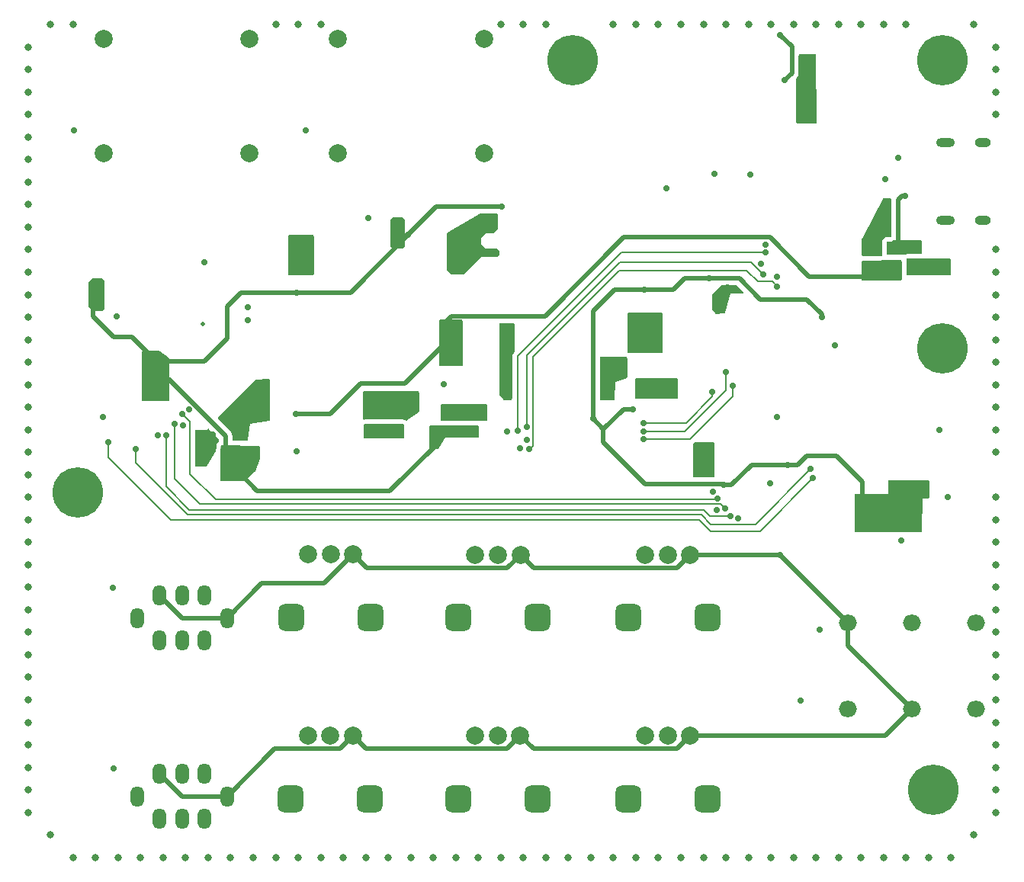
<source format=gbr>
%TF.GenerationSoftware,KiCad,Pcbnew,7.0.8*%
%TF.CreationDate,2023-12-28T00:41:14+01:00*%
%TF.ProjectId,guitar-pedal,67756974-6172-42d7-9065-64616c2e6b69,rev?*%
%TF.SameCoordinates,Original*%
%TF.FileFunction,Copper,L4,Bot*%
%TF.FilePolarity,Positive*%
%FSLAX46Y46*%
G04 Gerber Fmt 4.6, Leading zero omitted, Abs format (unit mm)*
G04 Created by KiCad (PCBNEW 7.0.8) date 2023-12-28 00:41:14*
%MOMM*%
%LPD*%
G01*
G04 APERTURE LIST*
G04 Aperture macros list*
%AMRoundRect*
0 Rectangle with rounded corners*
0 $1 Rounding radius*
0 $2 $3 $4 $5 $6 $7 $8 $9 X,Y pos of 4 corners*
0 Add a 4 corners polygon primitive as box body*
4,1,4,$2,$3,$4,$5,$6,$7,$8,$9,$2,$3,0*
0 Add four circle primitives for the rounded corners*
1,1,$1+$1,$2,$3*
1,1,$1+$1,$4,$5*
1,1,$1+$1,$6,$7*
1,1,$1+$1,$8,$9*
0 Add four rect primitives between the rounded corners*
20,1,$1+$1,$2,$3,$4,$5,0*
20,1,$1+$1,$4,$5,$6,$7,0*
20,1,$1+$1,$6,$7,$8,$9,0*
20,1,$1+$1,$8,$9,$2,$3,0*%
G04 Aperture macros list end*
%TA.AperFunction,ComponentPad*%
%ADD10C,5.600000*%
%TD*%
%TA.AperFunction,ComponentPad*%
%ADD11O,2.000000X1.800000*%
%TD*%
%TA.AperFunction,ComponentPad*%
%ADD12C,2.000000*%
%TD*%
%TA.AperFunction,ComponentPad*%
%ADD13RoundRect,0.700000X-0.700000X0.800000X-0.700000X-0.800000X0.700000X-0.800000X0.700000X0.800000X0*%
%TD*%
%TA.AperFunction,ComponentPad*%
%ADD14O,1.500000X2.300000*%
%TD*%
%TA.AperFunction,ComponentPad*%
%ADD15O,2.100000X1.000000*%
%TD*%
%TA.AperFunction,ComponentPad*%
%ADD16O,1.800000X1.000000*%
%TD*%
%TA.AperFunction,ViaPad*%
%ADD17C,0.800000*%
%TD*%
%TA.AperFunction,ViaPad*%
%ADD18C,0.700000*%
%TD*%
%TA.AperFunction,ViaPad*%
%ADD19C,0.500000*%
%TD*%
%TA.AperFunction,Conductor*%
%ADD20C,0.500000*%
%TD*%
%TA.AperFunction,Conductor*%
%ADD21C,0.200000*%
%TD*%
G04 APERTURE END LIST*
D10*
%TO.P,H102,1*%
%TO.N,N/C*%
X199000000Y-86000000D03*
%TD*%
D11*
%TO.P,SW401,6,C*%
%TO.N,GND*%
X202742400Y-126045400D03*
%TO.P,SW401,5,B*%
%TO.N,Net-(D403-A2)*%
X202742400Y-116445400D03*
%TO.P,SW401,4,A*%
%TO.N,+3V3*%
X195642400Y-126045400D03*
%TO.P,SW401,3,C*%
%TO.N,GND*%
X195642400Y-116445400D03*
%TO.P,SW401,2,B*%
%TO.N,Net-(D403-A2)*%
X188542400Y-126045400D03*
%TO.P,SW401,1,A*%
%TO.N,+3V3*%
X188542400Y-116445400D03*
%TD*%
D12*
%TO.P,J602,1*%
%TO.N,Net-(D602-A2)*%
X105885000Y-64300000D03*
%TO.P,J602,2*%
%TO.N,GND*%
X122115000Y-64300000D03*
%TO.P,J602,3*%
X122115000Y-51600000D03*
%TO.P,J602,4*%
X105885000Y-51600000D03*
%TD*%
%TO.P,J601,1*%
%TO.N,Net-(D601-A2)*%
X131885000Y-64300000D03*
%TO.P,J601,2*%
%TO.N,GND*%
X148115000Y-64300000D03*
%TO.P,J601,3*%
X148115000Y-51600000D03*
%TO.P,J601,4*%
X131885000Y-51600000D03*
%TD*%
%TO.P,RV404,3,3*%
%TO.N,GND*%
X128587200Y-128988000D03*
%TO.P,RV404,2,2*%
%TO.N,/Effect Controls/EFFECT2_KNOB0*%
X131087200Y-128988000D03*
%TO.P,RV404,1,1*%
%TO.N,+3V3*%
X133587200Y-128988000D03*
D13*
%TO.P,RV404,*%
%TO.N,*%
X126687200Y-135988000D03*
X135487200Y-135988000D03*
%TD*%
%TO.P,RV405,*%
%TO.N,*%
X154068400Y-135977400D03*
X145268400Y-135977400D03*
D12*
%TO.P,RV405,1,1*%
%TO.N,+3V3*%
X152168400Y-128977400D03*
%TO.P,RV405,2,2*%
%TO.N,/Effect Controls/EFFECT2_KNOB1*%
X149668400Y-128977400D03*
%TO.P,RV405,3,3*%
%TO.N,GND*%
X147168400Y-128977400D03*
%TD*%
D10*
%TO.P,H105,1*%
%TO.N,N/C*%
X199000000Y-54000000D03*
%TD*%
D13*
%TO.P,RV403,*%
%TO.N,*%
X172926800Y-115871200D03*
X164126800Y-115871200D03*
D12*
%TO.P,RV403,1,1*%
%TO.N,+3V3*%
X171026800Y-108871200D03*
%TO.P,RV403,2,2*%
%TO.N,/Effect Controls/EFFECT1_KNOB2*%
X168526800Y-108871200D03*
%TO.P,RV403,3,3*%
%TO.N,GND*%
X166026800Y-108871200D03*
%TD*%
D14*
%TO.P,SW402,1*%
%TO.N,GND*%
X117116400Y-113411400D03*
%TO.P,SW402,2*%
%TO.N,Net-(D401-A2)*%
X114616400Y-113411400D03*
%TO.P,SW402,3*%
%TO.N,+3V3*%
X112116400Y-113411400D03*
%TO.P,SW402,4*%
%TO.N,unconnected-(SW402-Pad4)*%
X117116400Y-118411400D03*
%TO.P,SW402,5*%
%TO.N,GND*%
X114616400Y-118411400D03*
%TO.P,SW402,6*%
%TO.N,Net-(D404-A1)*%
X112116400Y-118411400D03*
%TO.P,SW402,7,L1*%
%TO.N,+3V3*%
X119616400Y-115911400D03*
%TO.P,SW402,8,L2*%
%TO.N,Net-(SW402-L2)*%
X109616400Y-115911400D03*
%TD*%
%TO.P,SW403,1*%
%TO.N,GND*%
X117116400Y-133223400D03*
%TO.P,SW403,2*%
%TO.N,Net-(D402-A2)*%
X114616400Y-133223400D03*
%TO.P,SW403,3*%
%TO.N,+3V3*%
X112116400Y-133223400D03*
%TO.P,SW403,4*%
%TO.N,unconnected-(SW403-Pad4)*%
X117116400Y-138223400D03*
%TO.P,SW403,5*%
%TO.N,GND*%
X114616400Y-138223400D03*
%TO.P,SW403,6*%
%TO.N,Net-(D405-A1)*%
X112116400Y-138223400D03*
%TO.P,SW403,7,L1*%
%TO.N,+3V3*%
X119616400Y-135723400D03*
%TO.P,SW403,8,L2*%
%TO.N,Net-(SW403-L2)*%
X109616400Y-135723400D03*
%TD*%
D10*
%TO.P,H104,1*%
%TO.N,N/C*%
X158000000Y-54000000D03*
%TD*%
D13*
%TO.P,RV402,*%
%TO.N,*%
X154080000Y-115871200D03*
X145280000Y-115871200D03*
D12*
%TO.P,RV402,1,1*%
%TO.N,+3V3*%
X152180000Y-108871200D03*
%TO.P,RV402,2,2*%
%TO.N,/Effect Controls/EFFECT1_KNOB1*%
X149680000Y-108871200D03*
%TO.P,RV402,3,3*%
%TO.N,GND*%
X147180000Y-108871200D03*
%TD*%
D10*
%TO.P,H101,1*%
%TO.N,N/C*%
X103000000Y-102000000D03*
%TD*%
D15*
%TO.P,J501,S1,SHIELD*%
%TO.N,unconnected-(J501-SHIELD-PadS1)*%
X199379400Y-71741400D03*
D16*
X203559400Y-71741400D03*
D15*
X199379400Y-63101400D03*
D16*
X203559400Y-63101400D03*
%TD*%
D13*
%TO.P,RV401,*%
%TO.N,*%
X135526400Y-115859400D03*
X126726400Y-115859400D03*
D12*
%TO.P,RV401,1,1*%
%TO.N,+3V3*%
X133626400Y-108859400D03*
%TO.P,RV401,2,2*%
%TO.N,/Effect Controls/EFFECT1_KNOB0*%
X131126400Y-108859400D03*
%TO.P,RV401,3,3*%
%TO.N,GND*%
X128626400Y-108859400D03*
%TD*%
D13*
%TO.P,RV406,*%
%TO.N,*%
X172926800Y-135988000D03*
X164126800Y-135988000D03*
D12*
%TO.P,RV406,1,1*%
%TO.N,+3V3*%
X171026800Y-128988000D03*
%TO.P,RV406,2,2*%
%TO.N,/Effect Controls/EFFECT2_KNOB2*%
X168526800Y-128988000D03*
%TO.P,RV406,3,3*%
%TO.N,GND*%
X166026800Y-128988000D03*
%TD*%
D10*
%TO.P,H103,1*%
%TO.N,N/C*%
X198000000Y-135000000D03*
%TD*%
D17*
%TO.N,GND*%
X100000000Y-50000000D03*
X102500000Y-50000000D03*
X125000000Y-50000000D03*
X127500000Y-50000000D03*
X130000000Y-50000000D03*
X150000000Y-50000000D03*
X152500000Y-50000000D03*
X155000000Y-50000000D03*
X180000000Y-50000000D03*
X172500000Y-50000000D03*
X165000000Y-50000000D03*
X162500000Y-50000000D03*
X167500000Y-50000000D03*
X170000000Y-50000000D03*
X175000000Y-50000000D03*
X177500000Y-50000000D03*
X182500000Y-50000000D03*
X187500000Y-50000000D03*
X185000000Y-50000000D03*
X190000000Y-50000000D03*
X192500000Y-50000000D03*
X195000000Y-50000000D03*
X202500000Y-50000000D03*
X205000000Y-55000000D03*
X205000000Y-52500000D03*
X205000000Y-57500000D03*
X205000000Y-60000000D03*
X205000000Y-75000000D03*
X205000000Y-77500000D03*
X205000000Y-80000000D03*
X205000000Y-82500000D03*
X205000000Y-85000000D03*
X205000000Y-87500000D03*
X205000000Y-90000000D03*
X205000000Y-92500000D03*
X205000000Y-95000000D03*
X205000000Y-97500000D03*
X205000000Y-102500000D03*
X205000000Y-107500000D03*
X205000000Y-105000000D03*
X205000000Y-110000000D03*
X205000000Y-112500000D03*
X205000000Y-117500000D03*
X205000000Y-115000000D03*
X205000000Y-120000000D03*
X205000000Y-122500000D03*
X205000000Y-125000000D03*
X205000000Y-127500000D03*
X205000000Y-132500000D03*
X205000000Y-130000000D03*
X205000000Y-135000000D03*
X205000000Y-137500000D03*
X202500000Y-140000000D03*
X200000000Y-142500000D03*
X197500000Y-142500000D03*
X195000000Y-142500000D03*
X190000000Y-142500000D03*
X192500000Y-142500000D03*
X187500000Y-142500000D03*
X185000000Y-142500000D03*
X182500000Y-142500000D03*
X180000000Y-142500000D03*
X177500000Y-142500000D03*
X175000000Y-142500000D03*
X172500000Y-142500000D03*
X170000000Y-142500000D03*
X167500000Y-142500000D03*
X165000000Y-142500000D03*
X162500000Y-142500000D03*
X160000000Y-142500000D03*
X157500000Y-142500000D03*
X155000000Y-142500000D03*
X152500000Y-142500000D03*
X150000000Y-142500000D03*
X147500000Y-142500000D03*
X145000000Y-142500000D03*
X142500000Y-142500000D03*
X140000000Y-142500000D03*
X137500000Y-142500000D03*
X135000000Y-142500000D03*
X132500000Y-142500000D03*
X130000000Y-142500000D03*
X127500000Y-142500000D03*
X125000000Y-142500000D03*
X120000000Y-142500000D03*
X117500000Y-142500000D03*
X122500000Y-142500000D03*
X115000000Y-142500000D03*
X112500000Y-142500000D03*
X110000000Y-142500000D03*
X105000000Y-142500000D03*
X107500000Y-142500000D03*
X102500000Y-142500000D03*
X100000000Y-140000000D03*
X97500000Y-137500000D03*
X97500000Y-135000000D03*
X97500000Y-132500000D03*
X97500000Y-130000000D03*
X97500000Y-127500000D03*
X97500000Y-125000000D03*
X97500000Y-120000000D03*
X97500000Y-122500000D03*
X97500000Y-117500000D03*
X97500000Y-115000000D03*
X97500000Y-112500000D03*
X97500000Y-110000000D03*
X97500000Y-107500000D03*
X97500000Y-105000000D03*
X97500000Y-102500000D03*
X97500000Y-100000000D03*
X97500000Y-97500000D03*
X97500000Y-95000000D03*
X97500000Y-92500000D03*
X97500000Y-87500000D03*
X97500000Y-90000000D03*
X97500000Y-85000000D03*
X97500000Y-82500000D03*
X97500000Y-77500000D03*
X97500000Y-80000000D03*
X97500000Y-75000000D03*
X97500000Y-72500000D03*
X97500000Y-70000000D03*
X97500000Y-67500000D03*
X97500000Y-65000000D03*
X97500000Y-62500000D03*
X97500000Y-60000000D03*
X97500000Y-57500000D03*
X97500000Y-55000000D03*
X97500000Y-52500000D03*
D18*
X192704056Y-67173544D03*
%TO.N,VBUS*%
X194868800Y-69037200D03*
%TO.N,+5V*%
X193598800Y-77978000D03*
%TO.N,+3V3*%
X181000400Y-51155600D03*
%TO.N,GND*%
X198729600Y-95046800D03*
%TO.N,+3V3*%
X191312800Y-102819200D03*
X180968200Y-108871200D03*
%TO.N,GND*%
X177698400Y-66649600D03*
X173685200Y-66598800D03*
X127355600Y-97434400D03*
%TO.N,+3.3VA*%
X142951200Y-96520000D03*
X142951200Y-95605600D03*
%TO.N,GND*%
X135280400Y-71526400D03*
X127000000Y-76606400D03*
X127050800Y-74422000D03*
%TO.N,+3V3*%
X160223200Y-93776800D03*
X165912800Y-79451200D03*
%TO.N,+3.3VA*%
X150114000Y-70256400D03*
X139700000Y-73355200D03*
X127304800Y-79756000D03*
%TO.N,+5V*%
X191312800Y-77978000D03*
%TO.N,+3V3*%
X173126400Y-78181200D03*
X185623200Y-82499200D03*
%TO.N,GND*%
X179933600Y-100990400D03*
%TO.N,+3V3*%
X181864000Y-98907600D03*
X174701200Y-101142800D03*
X164642800Y-92710000D03*
X181508400Y-56184800D03*
%TO.N,GND*%
X107318900Y-82368300D03*
%TO.N,/Effect Controls/EFFECT1_KNOB1*%
X175768000Y-90119200D03*
%TO.N,/Effect Controls/EFFECT1_KNOB0*%
X174955200Y-88595200D03*
%TO.N,/Effect Controls/EFFECT1_EN*%
X173482000Y-90830400D03*
X165811231Y-94265864D03*
%TO.N,/Effect Controls/EFFECT1_KNOB0*%
X165810834Y-95165366D03*
%TO.N,/Effect Controls/EFFECT1_KNOB1*%
X165813266Y-96064866D03*
%TO.N,GND*%
X150672800Y-95199200D03*
X152146000Y-97078800D03*
X152908000Y-96113600D03*
X180695600Y-78028800D03*
%TO.N,/Data Converters/ADC_NCS*%
X180691400Y-79095600D03*
%TO.N,GND*%
X179374800Y-74421500D03*
%TO.N,/Data Converters/ADC_SCLK*%
X179374800Y-75336400D03*
%TO.N,GND*%
X178917600Y-76555600D03*
%TO.N,/Data Converters/ADC_MISO*%
X179181399Y-77753481D03*
%TO.N,+3.3VA*%
X122377200Y-99009200D03*
X121361200Y-100228400D03*
X120446800Y-100177600D03*
X119430800Y-100126800D03*
%TO.N,GND*%
X174345600Y-79654400D03*
X175158400Y-79197200D03*
%TO.N,/Data Converters/DAC_NCLR*%
X106375200Y-96418400D03*
X184683400Y-100355400D03*
%TO.N,/Data Converters/DAC_NLDAC*%
X184404000Y-99364800D03*
X109423200Y-97129600D03*
%TO.N,GND*%
X114706400Y-94538800D03*
X115391107Y-92781164D03*
X111912400Y-95656400D03*
X173579879Y-101846145D03*
X176377600Y-104862100D03*
X173990000Y-103914531D03*
%TO.N,/Data Converters/DAC_CS*%
X175528919Y-104564031D03*
X112826800Y-95656400D03*
%TO.N,/Data Converters/DAC_SCLK*%
X174868012Y-103719084D03*
X113792000Y-94386400D03*
%TO.N,/Data Converters/DAC_MOSI*%
X114604800Y-93218000D03*
X174091600Y-102615031D03*
%TO.N,/Data Converters/ADC_NCS*%
X153162000Y-97180400D03*
%TO.N,/Data Converters/ADC_MISO*%
X152918400Y-94691200D03*
%TO.N,/Data Converters/ADC_SCLK*%
X151892000Y-95097600D03*
%TO.N,GND*%
X121920000Y-81381600D03*
X146862800Y-75844400D03*
X146862800Y-74726800D03*
X146862800Y-73558400D03*
X128320800Y-61772800D03*
X102565200Y-61722000D03*
X183286400Y-125120400D03*
X185369200Y-117195600D03*
%TO.N,VBUS*%
X194716400Y-74726800D03*
%TO.N,+5V*%
X191312800Y-77978000D03*
X143611600Y-85598000D03*
X143560800Y-83312000D03*
X127203200Y-93218000D03*
%TO.N,+3.3VA*%
X111048800Y-86817200D03*
X112369600Y-89357200D03*
X105511600Y-79705200D03*
X104698800Y-79705200D03*
%TO.N,GND*%
X105816400Y-93624400D03*
D19*
X116941600Y-83261200D03*
D18*
X121920000Y-82804000D03*
X117043200Y-76403200D03*
X118059200Y-96977200D03*
X118008400Y-95554800D03*
X120142000Y-94335600D03*
X121818400Y-91846400D03*
X123647200Y-91948000D03*
X190804800Y-73558400D03*
X191871600Y-73558400D03*
X191871600Y-71475600D03*
X194106800Y-64820800D03*
X199632400Y-102489400D03*
X194462400Y-107289600D03*
%TO.N,+3V3*%
X191312800Y-104190800D03*
X190176900Y-105544100D03*
X191312800Y-105562400D03*
X190144400Y-104190800D03*
X190144400Y-102819200D03*
%TO.N,GND*%
X168402000Y-68224400D03*
X183794400Y-60452000D03*
X184353200Y-56083200D03*
X183286400Y-56083200D03*
X180695600Y-93573600D03*
X187096400Y-85648800D03*
X171805600Y-99568000D03*
X171805600Y-97434400D03*
X168554400Y-89611200D03*
X165963600Y-89662000D03*
X161848800Y-88747600D03*
X161798000Y-87325200D03*
X106883200Y-112522000D03*
X106984800Y-132638800D03*
X135991600Y-91897200D03*
X138226800Y-91897200D03*
X139496800Y-91236800D03*
X145491200Y-92506800D03*
X147980400Y-93065600D03*
X143662400Y-89934900D03*
X150774400Y-86969600D03*
X150774400Y-86156800D03*
X150825200Y-84124800D03*
X166979600Y-85648800D03*
X165760400Y-84378800D03*
X166979600Y-82550000D03*
X199136000Y-76962000D03*
X197866000Y-76962000D03*
%TD*%
D20*
%TO.N,VBUS*%
X194716400Y-74726800D02*
X194106800Y-74117200D01*
X194106800Y-74117200D02*
X194106800Y-69443600D01*
X194106800Y-69443600D02*
X194513200Y-69037200D01*
X194513200Y-69037200D02*
X194868800Y-69037200D01*
%TO.N,+5V*%
X191312800Y-77978000D02*
X184251600Y-77978000D01*
X184251600Y-77978000D02*
X179895600Y-73622000D01*
X144475200Y-82397600D02*
X143560800Y-83312000D01*
X179895600Y-73622000D02*
X163664800Y-73622000D01*
X163664800Y-73622000D02*
X154889200Y-82397600D01*
X154889200Y-82397600D02*
X144475200Y-82397600D01*
X193598800Y-77978000D02*
X191312800Y-77978000D01*
%TO.N,+3V3*%
X185623200Y-82143600D02*
X183997600Y-80518000D01*
X183997600Y-80518000D02*
X178816000Y-80518000D01*
X176479200Y-78181200D02*
X173126400Y-78181200D01*
X185623200Y-82499200D02*
X185623200Y-82143600D01*
X178816000Y-80518000D02*
X176479200Y-78181200D01*
X169164000Y-79451200D02*
X165912800Y-79451200D01*
X173126400Y-78181200D02*
X170434000Y-78181200D01*
X170434000Y-78181200D02*
X169164000Y-79451200D01*
X181000400Y-51155600D02*
X182321200Y-52476400D01*
X182321200Y-52476400D02*
X182321200Y-55372000D01*
X182321200Y-55372000D02*
X181508400Y-56184800D01*
X187248800Y-97891600D02*
X183997600Y-97891600D01*
X182981600Y-98907600D02*
X181864000Y-98907600D01*
X190144400Y-102819200D02*
X190169400Y-102794200D01*
X190144400Y-102819200D02*
X190144400Y-100787200D01*
X190144400Y-100787200D02*
X187248800Y-97891600D01*
X183997600Y-97891600D02*
X182981600Y-98907600D01*
D21*
%TO.N,/Data Converters/DAC_NLDAC*%
X184404000Y-99364800D02*
X178257200Y-105511600D01*
%TO.N,/Data Converters/DAC_NCLR*%
X178765200Y-106273600D02*
X173278800Y-106273600D01*
X184683400Y-100355400D02*
X178765200Y-106273600D01*
X173278800Y-106273600D02*
X172059600Y-105054400D01*
X172059600Y-105054400D02*
X113385600Y-105054400D01*
X113385600Y-105054400D02*
X106375200Y-98044000D01*
X106375200Y-98044000D02*
X106375200Y-96418400D01*
D20*
%TO.N,+3.3VA*%
X150114000Y-70256400D02*
X142798800Y-70256400D01*
X142798800Y-70256400D02*
X139700000Y-73355200D01*
D21*
%TO.N,/Data Converters/DAC_NLDAC*%
X115214400Y-104444800D02*
X172262800Y-104444800D01*
X109423200Y-98653600D02*
X115214400Y-104444800D01*
X172262800Y-104444800D02*
X173329600Y-105511600D01*
X109423200Y-97129600D02*
X109423200Y-98653600D01*
X173329600Y-105511600D02*
X178257200Y-105511600D01*
%TO.N,/Data Converters/DAC_MOSI*%
X174091600Y-102615031D02*
X173938231Y-102768400D01*
X173938231Y-102768400D02*
X118313200Y-102768400D01*
X115468400Y-99923600D02*
X115468400Y-94081600D01*
X118313200Y-102768400D02*
X115468400Y-99923600D01*
X115468400Y-94081600D02*
X114604800Y-93218000D01*
%TO.N,/Data Converters/DAC_SCLK*%
X174868012Y-103719084D02*
X174413459Y-103264531D01*
X174413459Y-103264531D02*
X116574131Y-103264531D01*
X116574131Y-103264531D02*
X113792000Y-100482400D01*
X113792000Y-100482400D02*
X113792000Y-94386400D01*
%TO.N,/Data Converters/DAC_CS*%
X175528919Y-104564031D02*
X173194831Y-104564031D01*
X173194831Y-104564031D02*
X172516800Y-103886000D01*
X172516800Y-103886000D02*
X115417600Y-103886000D01*
X115417600Y-103886000D02*
X112826800Y-101295200D01*
X112826800Y-101295200D02*
X112826800Y-95656400D01*
D20*
%TO.N,+3.3VA*%
X142951200Y-96520000D02*
X137659200Y-101812000D01*
X137659200Y-101812000D02*
X122944800Y-101812000D01*
X122944800Y-101812000D02*
X121361200Y-100228400D01*
%TO.N,+3V3*%
X162610800Y-79451200D02*
X165912800Y-79451200D01*
X160223200Y-81838800D02*
X162610800Y-79451200D01*
X161391600Y-94945200D02*
X160223200Y-93776800D01*
X160223200Y-93776800D02*
X160223200Y-81838800D01*
X164642800Y-92710000D02*
X163626800Y-92710000D01*
X174604545Y-101046145D02*
X174701200Y-101142800D01*
X163626800Y-92710000D02*
X161391600Y-94945200D01*
X161391600Y-94945200D02*
X161391600Y-96418400D01*
X161391600Y-96418400D02*
X166019345Y-101046145D01*
X166019345Y-101046145D02*
X174604545Y-101046145D01*
X181864000Y-98907600D02*
X177850800Y-98907600D01*
X177850800Y-98907600D02*
X175615600Y-101142800D01*
X175615600Y-101142800D02*
X174701200Y-101142800D01*
%TO.N,+3.3VA*%
X139700000Y-73355200D02*
X133299200Y-79756000D01*
X133299200Y-79756000D02*
X127304800Y-79756000D01*
X111048800Y-86817200D02*
X111048800Y-86766400D01*
X109016800Y-84734400D02*
X107035600Y-84734400D01*
X111048800Y-86766400D02*
X109016800Y-84734400D01*
X107035600Y-84734400D02*
X104698800Y-82397600D01*
X104698800Y-82397600D02*
X104698800Y-79705200D01*
X127304800Y-79756000D02*
X121107200Y-79756000D01*
X121107200Y-79756000D02*
X119583200Y-81280000D01*
X119583200Y-84836000D02*
X117043200Y-87376000D01*
X117043200Y-87376000D02*
X111607600Y-87376000D01*
X119583200Y-81280000D02*
X119583200Y-84836000D01*
X111607600Y-87376000D02*
X111048800Y-86817200D01*
X119430800Y-100126800D02*
X119430800Y-95689486D01*
X119430800Y-95689486D02*
X113098514Y-89357200D01*
X113098514Y-89357200D02*
X112369600Y-89357200D01*
%TO.N,+5V*%
X143611600Y-85598000D02*
X139344400Y-89865200D01*
X139344400Y-89865200D02*
X134416800Y-89865200D01*
X134416800Y-89865200D02*
X131064000Y-93218000D01*
X131064000Y-93218000D02*
X127203200Y-93218000D01*
%TO.N,+3V3*%
X195642400Y-126045400D02*
X188542400Y-118945400D01*
X188542400Y-118945400D02*
X188542400Y-116445400D01*
X171026800Y-128988000D02*
X192699800Y-128988000D01*
X192699800Y-128988000D02*
X195642400Y-126045400D01*
X171026800Y-128988000D02*
X169576800Y-130438000D01*
X169576800Y-130438000D02*
X153629000Y-130438000D01*
X153629000Y-130438000D02*
X152168400Y-128977400D01*
X152168400Y-128977400D02*
X150718400Y-130427400D01*
X150718400Y-130427400D02*
X135026600Y-130427400D01*
X135026600Y-130427400D02*
X133587200Y-128988000D01*
X119616400Y-135723400D02*
X114616400Y-135723400D01*
X114616400Y-135723400D02*
X112116400Y-133223400D01*
X133587200Y-128988000D02*
X132137200Y-130438000D01*
X132137200Y-130438000D02*
X124901800Y-130438000D01*
X124901800Y-130438000D02*
X119616400Y-135723400D01*
X112116400Y-113411400D02*
X114616400Y-115911400D01*
X114616400Y-115911400D02*
X119616400Y-115911400D01*
X133626400Y-108859400D02*
X130407272Y-112078528D01*
X123449272Y-112078528D02*
X119616400Y-115911400D01*
X130407272Y-112078528D02*
X123449272Y-112078528D01*
X152180000Y-108871200D02*
X150730000Y-110321200D01*
X150730000Y-110321200D02*
X135088200Y-110321200D01*
X135088200Y-110321200D02*
X133626400Y-108859400D01*
X152180000Y-108871200D02*
X153630000Y-110321200D01*
X153630000Y-110321200D02*
X169576800Y-110321200D01*
X169576800Y-110321200D02*
X171026800Y-108871200D01*
X188542400Y-116445400D02*
X180968200Y-108871200D01*
X180968200Y-108871200D02*
X171026800Y-108871200D01*
D21*
%TO.N,/Effect Controls/EFFECT1_EN*%
X173482000Y-90830400D02*
X173482000Y-91338400D01*
X173482000Y-91338400D02*
X170554536Y-94265864D01*
X170554536Y-94265864D02*
X165811231Y-94265864D01*
%TO.N,/Effect Controls/EFFECT1_KNOB1*%
X165813266Y-96064866D02*
X165815332Y-96062800D01*
X165815332Y-96062800D02*
X171043600Y-96062800D01*
X171043600Y-96062800D02*
X175768000Y-91338400D01*
X175768000Y-91338400D02*
X175768000Y-90119200D01*
%TO.N,/Effect Controls/EFFECT1_KNOB0*%
X174955200Y-88595200D02*
X174955200Y-90627200D01*
X174955200Y-90627200D02*
X170383200Y-95199200D01*
X170383200Y-95199200D02*
X165844668Y-95199200D01*
X165844668Y-95199200D02*
X165810834Y-95165366D01*
%TO.N,/Data Converters/ADC_NCS*%
X153568400Y-86918800D02*
X163169600Y-77317600D01*
X153162000Y-97180400D02*
X153568400Y-96774000D01*
X163169600Y-77317600D02*
X177292000Y-77317600D01*
X153568400Y-96774000D02*
X153568400Y-86918800D01*
X177292000Y-77317600D02*
X178511200Y-78536800D01*
X178511200Y-78536800D02*
X180132600Y-78536800D01*
X180132600Y-78536800D02*
X180691400Y-79095600D01*
%TO.N,/Data Converters/ADC_MISO*%
X163264800Y-76358800D02*
X152918400Y-86705200D01*
X152918400Y-86705200D02*
X152918400Y-94691200D01*
X179181399Y-77753481D02*
X177786718Y-76358800D01*
X177786718Y-76358800D02*
X163264800Y-76358800D01*
%TO.N,/Data Converters/ADC_SCLK*%
X179374800Y-75336400D02*
X163409829Y-75336400D01*
X151892000Y-86854229D02*
X151892000Y-95097600D01*
X163409829Y-75336400D02*
X151892000Y-86854229D01*
%TD*%
%TA.AperFunction,Conductor*%
%TO.N,GND*%
G36*
X149655775Y-71026585D02*
G01*
X149701530Y-71079389D01*
X149711474Y-71148547D01*
X149701530Y-71182413D01*
X149699463Y-71186937D01*
X149679778Y-71253975D01*
X149679776Y-71253980D01*
X149659300Y-71396401D01*
X149659300Y-72711338D01*
X149639615Y-72778377D01*
X149622981Y-72799019D01*
X149259119Y-73162881D01*
X149197796Y-73196366D01*
X149171438Y-73199200D01*
X148308399Y-73199200D01*
X147800400Y-73656399D01*
X147800400Y-73656400D01*
X147800400Y-74367600D01*
X148257600Y-74875600D01*
X149527038Y-74875600D01*
X149594077Y-74895285D01*
X149614719Y-74911919D01*
X149796081Y-75093281D01*
X149829566Y-75154604D01*
X149832400Y-75180962D01*
X149832400Y-75578002D01*
X149812715Y-75645041D01*
X149785862Y-75674830D01*
X149612365Y-75813628D01*
X149547719Y-75840136D01*
X149534903Y-75840800D01*
X147902000Y-75840800D01*
X145858387Y-77734881D01*
X145854865Y-77738145D01*
X145792315Y-77769279D01*
X145770574Y-77771200D01*
X144549762Y-77771200D01*
X144482723Y-77751515D01*
X144462081Y-77734881D01*
X144077519Y-77350319D01*
X144044034Y-77288996D01*
X144041200Y-77262638D01*
X144041200Y-73170279D01*
X144060885Y-73103240D01*
X144104611Y-73062089D01*
X146726673Y-71593735D01*
X147746363Y-71022709D01*
X147806950Y-71006900D01*
X149588736Y-71006900D01*
X149655775Y-71026585D01*
G37*
%TD.AperFunction*%
%TD*%
%TA.AperFunction,Conductor*%
%TO.N,+3.3VA*%
G36*
X105774561Y-78200885D02*
G01*
X105802780Y-78225816D01*
X105990859Y-78451511D01*
X106018655Y-78515613D01*
X106019600Y-78530893D01*
X106019600Y-81476968D01*
X105999915Y-81544007D01*
X105976298Y-81571116D01*
X105698827Y-81808948D01*
X105635116Y-81837631D01*
X105618129Y-81838800D01*
X104754025Y-81838800D01*
X104686986Y-81819115D01*
X104661859Y-81797754D01*
X104273430Y-81366167D01*
X104243216Y-81303169D01*
X104241600Y-81283216D01*
X104241600Y-78593068D01*
X104261285Y-78526029D01*
X104283945Y-78499748D01*
X104612937Y-78211880D01*
X104676352Y-78182549D01*
X104694592Y-78181200D01*
X105707522Y-78181200D01*
X105774561Y-78200885D01*
G37*
%TD.AperFunction*%
%TD*%
%TA.AperFunction,Conductor*%
%TO.N,+3.3VA*%
G36*
X139099361Y-71393685D02*
G01*
X139127580Y-71418616D01*
X139315659Y-71644311D01*
X139343455Y-71708413D01*
X139344400Y-71723693D01*
X139344400Y-74573838D01*
X139324715Y-74640877D01*
X139308081Y-74661519D01*
X139126719Y-74842881D01*
X139065396Y-74876366D01*
X139039038Y-74879200D01*
X138024162Y-74879200D01*
X137957123Y-74859515D01*
X137936481Y-74842881D01*
X137755119Y-74661519D01*
X137721634Y-74600196D01*
X137718800Y-74573838D01*
X137718800Y-71730162D01*
X137738485Y-71663123D01*
X137755119Y-71642481D01*
X137987281Y-71410319D01*
X138048604Y-71376834D01*
X138074962Y-71374000D01*
X139032322Y-71374000D01*
X139099361Y-71393685D01*
G37*
%TD.AperFunction*%
%TD*%
%TA.AperFunction,Conductor*%
%TO.N,GND*%
G36*
X151479439Y-83167785D02*
G01*
X151525194Y-83220589D01*
X151536400Y-83272100D01*
X151536400Y-86309025D01*
X151516715Y-86376064D01*
X151487888Y-86407399D01*
X151463720Y-86425944D01*
X151439550Y-86457444D01*
X151367461Y-86551391D01*
X151367461Y-86551392D01*
X151306957Y-86697463D01*
X151306955Y-86697468D01*
X151286318Y-86854227D01*
X151286318Y-86854228D01*
X151290969Y-86889555D01*
X151291500Y-86897657D01*
X151291500Y-91431614D01*
X151271815Y-91498653D01*
X151267784Y-91504547D01*
X151167137Y-91642935D01*
X151111791Y-91685572D01*
X151066857Y-91694000D01*
X150375278Y-91694000D01*
X150308239Y-91674315D01*
X150280019Y-91649383D01*
X149837941Y-91118889D01*
X149810145Y-91054786D01*
X149809200Y-91039506D01*
X149809200Y-83272100D01*
X149828885Y-83205061D01*
X149881689Y-83159306D01*
X149933200Y-83148100D01*
X151412400Y-83148100D01*
X151479439Y-83167785D01*
G37*
%TD.AperFunction*%
%TD*%
%TA.AperFunction,Conductor*%
%TO.N,GND*%
G36*
X129178239Y-73374885D02*
G01*
X129223994Y-73427689D01*
X129235200Y-73479200D01*
X129235200Y-77701600D01*
X129215515Y-77768639D01*
X129162711Y-77814394D01*
X129111200Y-77825600D01*
X126514400Y-77825600D01*
X126447361Y-77805915D01*
X126401606Y-77753111D01*
X126390400Y-77701600D01*
X126390400Y-73479200D01*
X126410085Y-73412161D01*
X126462889Y-73366406D01*
X126514400Y-73355200D01*
X129111200Y-73355200D01*
X129178239Y-73374885D01*
G37*
%TD.AperFunction*%
%TD*%
%TA.AperFunction,Conductor*%
%TO.N,VBUS*%
G36*
X196691439Y-73933685D02*
G01*
X196737194Y-73986489D01*
X196748400Y-74038000D01*
X196748400Y-75367300D01*
X196728715Y-75434339D01*
X196675911Y-75480094D01*
X196624400Y-75491300D01*
X195145200Y-75491300D01*
X195145191Y-75491300D01*
X195145190Y-75491301D01*
X195037749Y-75502852D01*
X195037737Y-75502854D01*
X194986230Y-75514059D01*
X194928562Y-75533254D01*
X194889402Y-75539600D01*
X192960800Y-75539600D01*
X192893761Y-75519915D01*
X192848006Y-75467111D01*
X192836800Y-75415600D01*
X192836800Y-74249230D01*
X192856485Y-74182191D01*
X192892020Y-74146054D01*
X192902273Y-74139219D01*
X192907820Y-74135522D01*
X192974521Y-74114717D01*
X192976597Y-74114700D01*
X193232290Y-74114700D01*
X193232300Y-74114700D01*
X193339756Y-74103147D01*
X193391267Y-74091941D01*
X193425497Y-74080547D01*
X193493797Y-74057816D01*
X193493801Y-74057813D01*
X193493804Y-74057813D01*
X193614843Y-73980025D01*
X193630843Y-73966160D01*
X193656088Y-73944287D01*
X193719643Y-73915262D01*
X193737290Y-73914000D01*
X196624400Y-73914000D01*
X196691439Y-73933685D01*
G37*
%TD.AperFunction*%
%TD*%
%TA.AperFunction,Conductor*%
%TO.N,GND*%
G36*
X199891839Y-76016485D02*
G01*
X199937594Y-76069289D01*
X199948800Y-76120800D01*
X199948800Y-77752400D01*
X199929115Y-77819439D01*
X199876311Y-77865194D01*
X199824800Y-77876400D01*
X195145200Y-77876400D01*
X195078161Y-77856715D01*
X195032406Y-77803911D01*
X195021200Y-77752400D01*
X195021200Y-76120800D01*
X195040885Y-76053761D01*
X195093689Y-76008006D01*
X195145200Y-75996800D01*
X199824800Y-75996800D01*
X199891839Y-76016485D01*
G37*
%TD.AperFunction*%
%TD*%
%TA.AperFunction,Conductor*%
%TO.N,GND*%
G36*
X193298142Y-69310885D02*
G01*
X193343897Y-69363689D01*
X193355050Y-69411592D01*
X193356300Y-69454516D01*
X193356300Y-73485200D01*
X193336615Y-73552239D01*
X193283811Y-73597994D01*
X193232300Y-73609200D01*
X192786000Y-73609200D01*
X192328800Y-73913999D01*
X192328800Y-75568000D01*
X192309115Y-75635039D01*
X192256311Y-75680794D01*
X192204800Y-75692000D01*
X190217600Y-75692000D01*
X190150561Y-75672315D01*
X190104806Y-75619511D01*
X190093600Y-75568000D01*
X190093600Y-73893052D01*
X190107186Y-73836618D01*
X190229150Y-73597994D01*
X192395866Y-69358765D01*
X192443904Y-69308031D01*
X192506280Y-69291200D01*
X193231103Y-69291200D01*
X193298142Y-69310885D01*
G37*
%TD.AperFunction*%
%TD*%
%TA.AperFunction,Conductor*%
%TO.N,GND*%
G36*
X167887839Y-82010885D02*
G01*
X167933594Y-82063689D01*
X167944800Y-82115200D01*
X167944800Y-86337600D01*
X167925115Y-86404639D01*
X167872311Y-86450394D01*
X167820800Y-86461600D01*
X164208000Y-86461600D01*
X164140961Y-86441915D01*
X164095206Y-86389111D01*
X164084000Y-86337600D01*
X164084000Y-82115200D01*
X164103685Y-82048161D01*
X164156489Y-82002406D01*
X164208000Y-81991200D01*
X167820800Y-81991200D01*
X167887839Y-82010885D01*
G37*
%TD.AperFunction*%
%TD*%
%TA.AperFunction,Conductor*%
%TO.N,+5V*%
G36*
X145688239Y-82772885D02*
G01*
X145733994Y-82825689D01*
X145745200Y-82877200D01*
X145745200Y-87810800D01*
X145725515Y-87877839D01*
X145672711Y-87923594D01*
X145621200Y-87934800D01*
X143278400Y-87934800D01*
X143211361Y-87915115D01*
X143165606Y-87862311D01*
X143154400Y-87810800D01*
X143154400Y-82877200D01*
X143174085Y-82810161D01*
X143226889Y-82764406D01*
X143278400Y-82753200D01*
X145621200Y-82753200D01*
X145688239Y-82772885D01*
G37*
%TD.AperFunction*%
%TD*%
%TA.AperFunction,Conductor*%
%TO.N,GND*%
G36*
X148431439Y-92170885D02*
G01*
X148477194Y-92223689D01*
X148488400Y-92275200D01*
X148488400Y-93906800D01*
X148468715Y-93973839D01*
X148415911Y-94019594D01*
X148364400Y-94030800D01*
X147652849Y-94030800D01*
X147612995Y-94023608D01*
X147612907Y-94023910D01*
X147610104Y-94023087D01*
X147609511Y-94022980D01*
X147608663Y-94022664D01*
X147608664Y-94022664D01*
X147608659Y-94022662D01*
X147565886Y-94010102D01*
X147541625Y-94002978D01*
X147541619Y-94002976D01*
X147456166Y-93990690D01*
X147399200Y-93982500D01*
X143430800Y-93982500D01*
X143363761Y-93962815D01*
X143318006Y-93910011D01*
X143306800Y-93858500D01*
X143306800Y-92275200D01*
X143326485Y-92208161D01*
X143379289Y-92162406D01*
X143430800Y-92151200D01*
X148364400Y-92151200D01*
X148431439Y-92170885D01*
G37*
%TD.AperFunction*%
%TD*%
%TA.AperFunction,Conductor*%
%TO.N,GND*%
G36*
X140796219Y-90727791D02*
G01*
X140863092Y-90748025D01*
X140908413Y-90801202D01*
X140919200Y-90851787D01*
X140919200Y-92950434D01*
X140899515Y-93017473D01*
X140866561Y-93051842D01*
X139590230Y-93950000D01*
X139524076Y-93972483D01*
X139467357Y-93961386D01*
X139379065Y-93921064D01*
X139379060Y-93921062D01*
X139379059Y-93921062D01*
X139356458Y-93914425D01*
X139312025Y-93901378D01*
X139312019Y-93901376D01*
X139226566Y-93889090D01*
X139169600Y-93880900D01*
X134896400Y-93880900D01*
X134858852Y-93884936D01*
X134790094Y-93872530D01*
X134738957Y-93824919D01*
X134721600Y-93761647D01*
X134721600Y-90803020D01*
X134741285Y-90735981D01*
X134794089Y-90690226D01*
X134846612Y-90679024D01*
X140796219Y-90727791D01*
G37*
%TD.AperFunction*%
%TD*%
%TA.AperFunction,Conductor*%
%TO.N,GND*%
G36*
X163911304Y-86916733D02*
G01*
X163977998Y-86937551D01*
X164022851Y-86991122D01*
X164033200Y-87040715D01*
X164033200Y-89116504D01*
X164013515Y-89183543D01*
X163960711Y-89229298D01*
X163949762Y-89233682D01*
X162712399Y-89662000D01*
X162664623Y-91573099D01*
X162643269Y-91639626D01*
X162589338Y-91684047D01*
X162540662Y-91694000D01*
X161110512Y-91694000D01*
X161043473Y-91674315D01*
X160997718Y-91621511D01*
X160986519Y-91568695D01*
X161011626Y-89183543D01*
X161034686Y-86992789D01*
X161055075Y-86925962D01*
X161108358Y-86880766D01*
X161160775Y-86870114D01*
X163911304Y-86916733D01*
G37*
%TD.AperFunction*%
%TD*%
%TA.AperFunction,Conductor*%
%TO.N,GND*%
G36*
X169615039Y-89275285D02*
G01*
X169660794Y-89328089D01*
X169672000Y-89379600D01*
X169672000Y-91468400D01*
X169652315Y-91535439D01*
X169599511Y-91581194D01*
X169548000Y-91592400D01*
X165071600Y-91592400D01*
X165004561Y-91572715D01*
X164958806Y-91519911D01*
X164947600Y-91468400D01*
X164947600Y-89379600D01*
X164967285Y-89312561D01*
X165020089Y-89266806D01*
X165071600Y-89255600D01*
X169548000Y-89255600D01*
X169615039Y-89275285D01*
G37*
%TD.AperFunction*%
%TD*%
%TA.AperFunction,Conductor*%
%TO.N,GND*%
G36*
X173628239Y-96387285D02*
G01*
X173673994Y-96440089D01*
X173685200Y-96491600D01*
X173685200Y-100171645D01*
X173665515Y-100238684D01*
X173612711Y-100284439D01*
X173561200Y-100295645D01*
X171472400Y-100295645D01*
X171405361Y-100275960D01*
X171359606Y-100223156D01*
X171348400Y-100171645D01*
X171348400Y-96646982D01*
X171368085Y-96579943D01*
X171396911Y-96548608D01*
X171471882Y-96491082D01*
X171493583Y-96462799D01*
X171498912Y-96456721D01*
X171551716Y-96403917D01*
X171613039Y-96370434D01*
X171639396Y-96367600D01*
X173561200Y-96367600D01*
X173628239Y-96387285D01*
G37*
%TD.AperFunction*%
%TD*%
%TA.AperFunction,Conductor*%
%TO.N,GND*%
G36*
X184957458Y-53308885D02*
G01*
X185003213Y-53361689D01*
X185014416Y-53412379D01*
X185063573Y-60835179D01*
X185044333Y-60902347D01*
X184991833Y-60948451D01*
X184939576Y-60960000D01*
X182902400Y-60960000D01*
X182835361Y-60940315D01*
X182789606Y-60887511D01*
X182778400Y-60836000D01*
X182778400Y-56029543D01*
X182798085Y-55962504D01*
X182828355Y-55930078D01*
X182839731Y-55921609D01*
X182839734Y-55921605D01*
X182873301Y-55881601D01*
X182876961Y-55877606D01*
X182882790Y-55871778D01*
X182903141Y-55846039D01*
X182909148Y-55838879D01*
X182952502Y-55787214D01*
X182952506Y-55787205D01*
X182956474Y-55781175D01*
X182956525Y-55781208D01*
X182960572Y-55774856D01*
X182960520Y-55774824D01*
X182964312Y-55768675D01*
X182996775Y-55699058D01*
X183031236Y-55630440D01*
X183031240Y-55630433D01*
X183031242Y-55630421D01*
X183033709Y-55623646D01*
X183033767Y-55623667D01*
X183036243Y-55616546D01*
X183036186Y-55616528D01*
X183038457Y-55609673D01*
X183053992Y-55534434D01*
X183071698Y-55459728D01*
X183071700Y-55459721D01*
X183071700Y-55459710D01*
X183072538Y-55452548D01*
X183072598Y-55452555D01*
X183073364Y-55445055D01*
X183073305Y-55445050D01*
X183073934Y-55437860D01*
X183071700Y-55361082D01*
X183071700Y-53413200D01*
X183091385Y-53346161D01*
X183144189Y-53300406D01*
X183195700Y-53289200D01*
X184890419Y-53289200D01*
X184957458Y-53308885D01*
G37*
%TD.AperFunction*%
%TD*%
%TA.AperFunction,Conductor*%
%TO.N,GND*%
G36*
X117552650Y-94889573D02*
G01*
X117598608Y-94918662D01*
X118643981Y-95964035D01*
X118677466Y-96025358D01*
X118680300Y-96051716D01*
X118680300Y-96267686D01*
X118660615Y-96334725D01*
X118633878Y-96364421D01*
X118593420Y-96396866D01*
X118593409Y-96396876D01*
X118545687Y-96447890D01*
X118495506Y-96519799D01*
X118463351Y-96565877D01*
X118417588Y-96702285D01*
X118405019Y-96771010D01*
X118405017Y-96771019D01*
X118405017Y-96771022D01*
X118399540Y-96914793D01*
X118404737Y-96964237D01*
X118404737Y-96990160D01*
X118399188Y-97042945D01*
X118397814Y-97050944D01*
X118387653Y-97093271D01*
X118378793Y-97130178D01*
X118372723Y-97168504D01*
X118366500Y-97247571D01*
X118366500Y-97326146D01*
X118348307Y-97390806D01*
X117333463Y-99051460D01*
X117281709Y-99098399D01*
X117227656Y-99110800D01*
X116192900Y-99110800D01*
X116125861Y-99091115D01*
X116080106Y-99038311D01*
X116068900Y-98986800D01*
X116068900Y-95120000D01*
X116088585Y-95052961D01*
X116141389Y-95007206D01*
X116192900Y-94996000D01*
X117347999Y-94996000D01*
X117348000Y-94996000D01*
X117422042Y-94919881D01*
X117482896Y-94885553D01*
X117552650Y-94889573D01*
G37*
%TD.AperFunction*%
%TA.AperFunction,Conductor*%
G36*
X124298041Y-89378841D02*
G01*
X124345475Y-89430143D01*
X124358400Y-89485264D01*
X124358400Y-93922901D01*
X124338715Y-93989940D01*
X124285911Y-94035695D01*
X124251536Y-94045711D01*
X122173999Y-94335599D01*
X121902460Y-96145861D01*
X121873049Y-96209239D01*
X121814042Y-96246655D01*
X121778390Y-96251459D01*
X120303858Y-96234314D01*
X120237052Y-96213851D01*
X120191914Y-96160519D01*
X120181300Y-96110322D01*
X120181300Y-95753191D01*
X120182609Y-95735221D01*
X120182929Y-95733033D01*
X120186089Y-95711463D01*
X120181535Y-95659417D01*
X120181300Y-95654014D01*
X120181300Y-95645783D01*
X120181300Y-95645777D01*
X120177493Y-95613210D01*
X120170799Y-95536689D01*
X120170799Y-95536687D01*
X120169339Y-95529615D01*
X120169397Y-95529602D01*
X120167765Y-95522243D01*
X120167706Y-95522258D01*
X120166042Y-95515239D01*
X120166041Y-95515231D01*
X120139774Y-95443062D01*
X120115614Y-95370152D01*
X120115609Y-95370145D01*
X120112560Y-95363604D01*
X120112615Y-95363577D01*
X120109333Y-95356799D01*
X120109280Y-95356826D01*
X120106035Y-95350366D01*
X120063828Y-95286194D01*
X120023510Y-95220828D01*
X120019034Y-95215168D01*
X120019081Y-95215130D01*
X120014319Y-95209285D01*
X120014274Y-95209324D01*
X120009634Y-95203794D01*
X119953764Y-95151082D01*
X118642877Y-93840196D01*
X118609392Y-93778873D01*
X118614376Y-93709181D01*
X118641669Y-93666059D01*
X122748718Y-89443859D01*
X122809570Y-89409532D01*
X122833592Y-89406387D01*
X124230405Y-89361328D01*
X124298041Y-89378841D01*
G37*
%TD.AperFunction*%
%TD*%
%TA.AperFunction,Conductor*%
%TO.N,+3.3VA*%
G36*
X112192106Y-86278085D02*
G01*
X112199462Y-86283196D01*
X113132800Y-86983200D01*
X113174621Y-87039171D01*
X113182400Y-87082400D01*
X113182400Y-91722400D01*
X113162715Y-91789439D01*
X113109911Y-91835194D01*
X113058400Y-91846400D01*
X110258400Y-91846400D01*
X110191361Y-91826715D01*
X110145606Y-91773911D01*
X110134400Y-91722400D01*
X110134400Y-86382400D01*
X110154085Y-86315361D01*
X110206889Y-86269606D01*
X110258400Y-86258400D01*
X112125067Y-86258400D01*
X112192106Y-86278085D01*
G37*
%TD.AperFunction*%
%TD*%
%TA.AperFunction,Conductor*%
%TO.N,+5V*%
G36*
X194456239Y-76168885D02*
G01*
X194501994Y-76221689D01*
X194513200Y-76273200D01*
X194513200Y-78311200D01*
X194493515Y-78378239D01*
X194440711Y-78423994D01*
X194389200Y-78435200D01*
X190217600Y-78435200D01*
X190150561Y-78415515D01*
X190104806Y-78362711D01*
X190093600Y-78311200D01*
X190093600Y-76321500D01*
X190113285Y-76254461D01*
X190166089Y-76208706D01*
X190217600Y-76197500D01*
X192204790Y-76197500D01*
X192204800Y-76197500D01*
X192312256Y-76185947D01*
X192363767Y-76174741D01*
X192421438Y-76155545D01*
X192460598Y-76149200D01*
X194389200Y-76149200D01*
X194456239Y-76168885D01*
G37*
%TD.AperFunction*%
%TD*%
%TA.AperFunction,Conductor*%
%TO.N,GND*%
G36*
X176184009Y-78951385D02*
G01*
X176204651Y-78968019D01*
X176933351Y-79696719D01*
X176966836Y-79758042D01*
X176961852Y-79827734D01*
X176919980Y-79883667D01*
X176854516Y-79908084D01*
X176845670Y-79908400D01*
X175513999Y-79908400D01*
X174878874Y-82009200D01*
X174840631Y-82067675D01*
X174776846Y-82096191D01*
X174766372Y-82097161D01*
X173904611Y-82140249D01*
X173836672Y-82123937D01*
X173798136Y-82089337D01*
X173454917Y-81617410D01*
X173431406Y-81551615D01*
X173431200Y-81544477D01*
X173431200Y-80062388D01*
X173450885Y-79995349D01*
X173468762Y-79973481D01*
X173535703Y-79908400D01*
X174504213Y-78966793D01*
X174566002Y-78934175D01*
X174590651Y-78931700D01*
X176116970Y-78931700D01*
X176184009Y-78951385D01*
G37*
%TD.AperFunction*%
%TD*%
%TA.AperFunction,Conductor*%
%TO.N,+3.3VA*%
G36*
X123118245Y-96772574D02*
G01*
X123185048Y-96793037D01*
X123230186Y-96846369D01*
X123240800Y-96896566D01*
X123240800Y-98175621D01*
X123234026Y-98216044D01*
X122743551Y-99638419D01*
X122707980Y-99691315D01*
X121548663Y-100705719D01*
X121485248Y-100735051D01*
X121467008Y-100736400D01*
X118996000Y-100736400D01*
X118928961Y-100716715D01*
X118883206Y-100663911D01*
X118872000Y-100612400D01*
X118872000Y-97247574D01*
X118878069Y-97209256D01*
X118895697Y-97155003D01*
X118914385Y-96977200D01*
X118902271Y-96861952D01*
X118914840Y-96793227D01*
X118962572Y-96742202D01*
X119027031Y-96725002D01*
X123118245Y-96772574D01*
G37*
%TD.AperFunction*%
%TD*%
%TA.AperFunction,NonConductor*%
G36*
X139236639Y-94406085D02*
G01*
X139282394Y-94458889D01*
X139293600Y-94510400D01*
X139293600Y-95837200D01*
X139273915Y-95904239D01*
X139221111Y-95949994D01*
X139169600Y-95961200D01*
X134896400Y-95961200D01*
X134829361Y-95941515D01*
X134783606Y-95888711D01*
X134772400Y-95837200D01*
X134772400Y-94510400D01*
X134792085Y-94443361D01*
X134844889Y-94397606D01*
X134896400Y-94386400D01*
X139169600Y-94386400D01*
X139236639Y-94406085D01*
G37*
%TD.AperFunction*%
%TA.AperFunction,Conductor*%
%TO.N,+3.3VA*%
G36*
X147466239Y-94507685D02*
G01*
X147511994Y-94560489D01*
X147523200Y-94612000D01*
X147523200Y-95786400D01*
X147503515Y-95853439D01*
X147450711Y-95899194D01*
X147399200Y-95910400D01*
X143865599Y-95910400D01*
X143038906Y-97126126D01*
X142984931Y-97170494D01*
X142936367Y-97180400D01*
X142211600Y-97180400D01*
X142144561Y-97160715D01*
X142098806Y-97107911D01*
X142087600Y-97056400D01*
X142087600Y-94612000D01*
X142107285Y-94544961D01*
X142160089Y-94499206D01*
X142211600Y-94488000D01*
X147399200Y-94488000D01*
X147466239Y-94507685D01*
G37*
%TD.AperFunction*%
%TD*%
%TA.AperFunction,Conductor*%
%TO.N,+3V3*%
G36*
X197504239Y-100603685D02*
G01*
X197549994Y-100656489D01*
X197561200Y-100708000D01*
X197561200Y-102492000D01*
X197541515Y-102559039D01*
X197488711Y-102604794D01*
X197437200Y-102616000D01*
X196799200Y-102616000D01*
X196751346Y-106157168D01*
X196750053Y-106252876D01*
X196729464Y-106319643D01*
X196676047Y-106364680D01*
X196626064Y-106375200D01*
X189404800Y-106375200D01*
X189337761Y-106355515D01*
X189292006Y-106302711D01*
X189280800Y-106251200D01*
X189280800Y-102232000D01*
X189300485Y-102164961D01*
X189353289Y-102119206D01*
X189404800Y-102108000D01*
X193040000Y-102108000D01*
X193040000Y-100708000D01*
X193059685Y-100640961D01*
X193112489Y-100595206D01*
X193164000Y-100584000D01*
X197437200Y-100584000D01*
X197504239Y-100603685D01*
G37*
%TD.AperFunction*%
%TD*%
M02*

</source>
